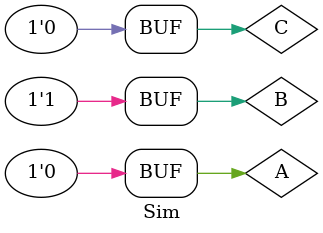
<source format=v>
`timescale 1ns / 1ps


module Sim;

	// Inputs
	reg A, B, C;

	// Outputs
	wire D, E;

	// Instantiate the Unit Under Test (UUT)
	Test uut (A, B, C, D, E);

	initial begin
		// Initialize Inputs
		A = 0;
		B = 0;
		C = 0;
		

		// Wait 100 ns for global reset to finish
		#100;
		// Add stimulus here
      A = 1;
		B = 0;
		C = 1;
		#200
		A = 0;
		B = 1;
		C = 0;
		end
endmodule
</source>
